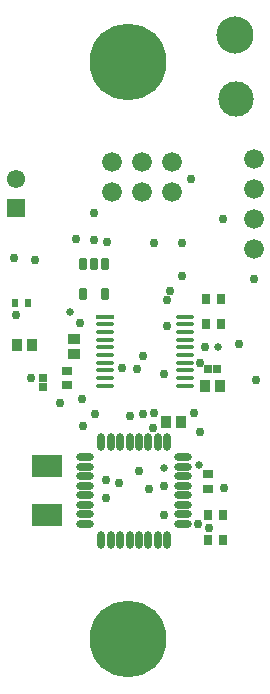
<source format=gts>
G04*
G04 #@! TF.GenerationSoftware,Altium Limited,Altium Designer,21.7.2 (23)*
G04*
G04 Layer_Color=8388736*
%FSLAX25Y25*%
%MOIN*%
G70*
G04*
G04 #@! TF.SameCoordinates,73D3D296-878F-4BD7-B675-30F9F54128A0*
G04*
G04*
G04 #@! TF.FilePolarity,Negative*
G04*
G01*
G75*
%ADD22R,0.05836X0.01646*%
G04:AMPARAMS|DCode=23|XSize=58.36mil|YSize=16.46mil|CornerRadius=8.23mil|HoleSize=0mil|Usage=FLASHONLY|Rotation=0.000|XOffset=0mil|YOffset=0mil|HoleType=Round|Shape=RoundedRectangle|*
%AMROUNDEDRECTD23*
21,1,0.05836,0.00000,0,0,0.0*
21,1,0.04190,0.01646,0,0,0.0*
1,1,0.01646,0.02095,0.00000*
1,1,0.01646,-0.02095,0.00000*
1,1,0.01646,-0.02095,0.00000*
1,1,0.01646,0.02095,0.00000*
%
%ADD23ROUNDEDRECTD23*%
%ADD27R,0.02987X0.03197*%
%ADD28R,0.03197X0.02987*%
%ADD29R,0.10039X0.07284*%
%ADD30R,0.03543X0.03937*%
%ADD31R,0.02165X0.02559*%
G04:AMPARAMS|DCode=32|XSize=27.56mil|YSize=37.4mil|CornerRadius=4.9mil|HoleSize=0mil|Usage=FLASHONLY|Rotation=0.000|XOffset=0mil|YOffset=0mil|HoleType=Round|Shape=RoundedRectangle|*
%AMROUNDEDRECTD32*
21,1,0.02756,0.02760,0,0,0.0*
21,1,0.01776,0.03740,0,0,0.0*
1,1,0.00980,0.00888,-0.01380*
1,1,0.00980,-0.00888,-0.01380*
1,1,0.00980,-0.00888,0.01380*
1,1,0.00980,0.00888,0.01380*
%
%ADD32ROUNDEDRECTD32*%
%ADD33O,0.02756X0.05906*%
%ADD34O,0.05906X0.02756*%
%ADD35R,0.03937X0.03543*%
%ADD36R,0.02638X0.02795*%
%ADD37R,0.02795X0.02638*%
%ADD38C,0.12402*%
%ADD39C,0.11811*%
%ADD40C,0.06102*%
%ADD41R,0.06102X0.06102*%
%ADD42C,0.06591*%
%ADD43C,0.25591*%
%ADD44C,0.02591*%
%ADD45C,0.02991*%
D22*
X158332Y185516D02*
D03*
D23*
Y182957D02*
D03*
Y180398D02*
D03*
Y177839D02*
D03*
Y175280D02*
D03*
Y172720D02*
D03*
Y170161D02*
D03*
Y167602D02*
D03*
Y165043D02*
D03*
Y162484D02*
D03*
X184818D02*
D03*
Y165043D02*
D03*
Y167602D02*
D03*
Y170161D02*
D03*
Y172720D02*
D03*
Y175280D02*
D03*
Y177839D02*
D03*
Y180398D02*
D03*
Y182957D02*
D03*
Y185516D02*
D03*
D27*
X197467Y119500D02*
D03*
X192533D02*
D03*
X197467Y111000D02*
D03*
X192533D02*
D03*
X191806Y183000D02*
D03*
X196740D02*
D03*
Y191481D02*
D03*
X191806D02*
D03*
D28*
X192500Y132967D02*
D03*
Y128033D02*
D03*
X145500Y162533D02*
D03*
Y167467D02*
D03*
D29*
X139000Y135642D02*
D03*
Y119500D02*
D03*
D30*
X183559Y150500D02*
D03*
X178441D02*
D03*
X196710Y162500D02*
D03*
X191592D02*
D03*
X134059Y176000D02*
D03*
X128941D02*
D03*
D31*
X128366Y190000D02*
D03*
X132500D02*
D03*
D32*
X158240Y192980D02*
D03*
X150760D02*
D03*
Y203020D02*
D03*
X154500D02*
D03*
X158240D02*
D03*
D33*
X156976Y143839D02*
D03*
X160126D02*
D03*
X163276D02*
D03*
X166425D02*
D03*
X169575D02*
D03*
X172724D02*
D03*
X175874D02*
D03*
X179024D02*
D03*
Y111161D02*
D03*
X175874D02*
D03*
X172724D02*
D03*
X169575D02*
D03*
X166425D02*
D03*
X163276D02*
D03*
X160126D02*
D03*
X156976D02*
D03*
D34*
X184339Y138524D02*
D03*
Y135374D02*
D03*
Y132224D02*
D03*
Y129075D02*
D03*
Y125925D02*
D03*
Y122776D02*
D03*
Y119626D02*
D03*
Y116476D02*
D03*
X151661D02*
D03*
Y119626D02*
D03*
Y122776D02*
D03*
Y125925D02*
D03*
Y129075D02*
D03*
Y132224D02*
D03*
Y135374D02*
D03*
Y138524D02*
D03*
D35*
X148000Y178059D02*
D03*
Y172941D02*
D03*
D36*
X137500Y165035D02*
D03*
Y161965D02*
D03*
D37*
X195535Y168000D02*
D03*
X192465D02*
D03*
D38*
X201500Y279500D02*
D03*
D39*
X202000Y258000D02*
D03*
D40*
X128433Y231421D02*
D03*
D41*
Y221579D02*
D03*
D42*
X208000Y208000D02*
D03*
Y218000D02*
D03*
Y228000D02*
D03*
Y238000D02*
D03*
X160500Y237000D02*
D03*
X170500D02*
D03*
X180500D02*
D03*
Y227000D02*
D03*
X170500D02*
D03*
X160500D02*
D03*
D43*
X166000Y78000D02*
D03*
Y270500D02*
D03*
D44*
X178000Y135000D02*
D03*
X146500Y187000D02*
D03*
X189500Y136000D02*
D03*
X196000Y175500D02*
D03*
D45*
X155000Y153000D02*
D03*
X148500Y211500D02*
D03*
X179000Y182500D02*
D03*
X169000Y168000D02*
D03*
X197500Y218000D02*
D03*
X208000Y198000D02*
D03*
X208500Y164500D02*
D03*
X174334Y148312D02*
D03*
X171000Y153000D02*
D03*
X166500Y152500D02*
D03*
X174500Y153300D02*
D03*
X173000Y128000D02*
D03*
X169500Y134000D02*
D03*
X143335Y156838D02*
D03*
X133500Y165000D02*
D03*
X154500Y220000D02*
D03*
Y211000D02*
D03*
X164000Y168500D02*
D03*
X180000Y194000D02*
D03*
X179000Y191000D02*
D03*
X198000Y128500D02*
D03*
X193000Y115000D02*
D03*
X189196Y116501D02*
D03*
X158500Y131000D02*
D03*
X163000Y130000D02*
D03*
X178000Y129000D02*
D03*
Y166500D02*
D03*
X190000Y170000D02*
D03*
X128500Y186000D02*
D03*
X128000Y205000D02*
D03*
X187016Y231300D02*
D03*
X184000Y210000D02*
D03*
X191500Y175500D02*
D03*
X174500Y210000D02*
D03*
X171000Y172500D02*
D03*
X202923Y176309D02*
D03*
X190000Y147000D02*
D03*
X188000Y153500D02*
D03*
X151000Y149000D02*
D03*
X184000Y199000D02*
D03*
X150000Y183500D02*
D03*
X159000Y210500D02*
D03*
X135000Y204500D02*
D03*
X178000Y119500D02*
D03*
X158500Y125000D02*
D03*
X150500Y158000D02*
D03*
M02*

</source>
